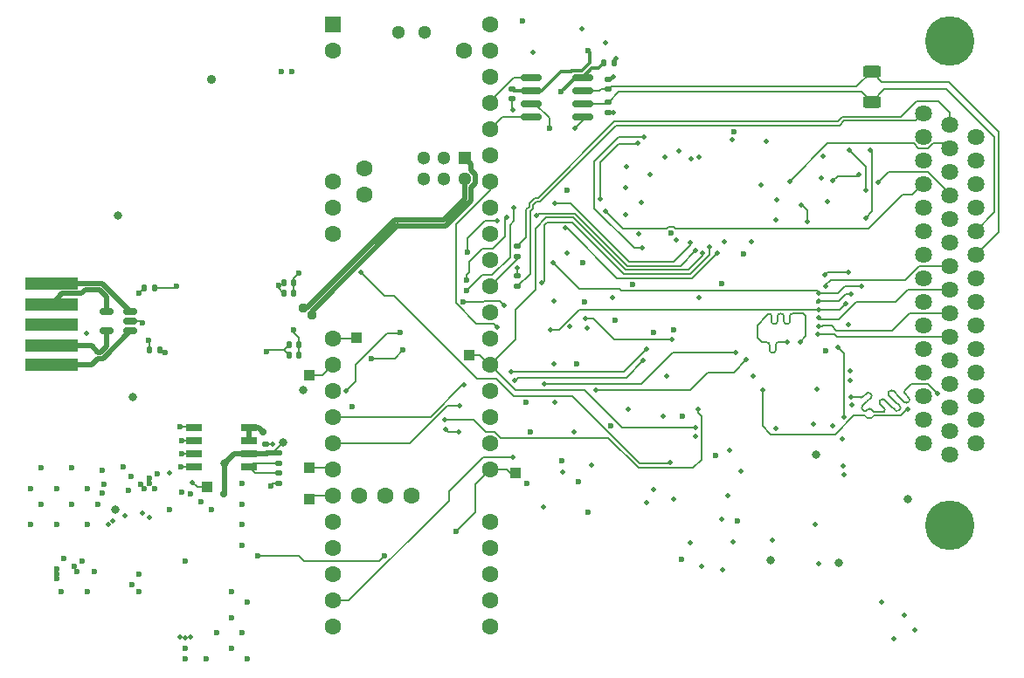
<source format=gbl>
G04 #@! TF.GenerationSoftware,KiCad,Pcbnew,9.0.4*
G04 #@! TF.CreationDate,2025-11-03T14:19:56-05:00*
G04 #@! TF.ProjectId,main_board_v1,6d61696e-5f62-46f6-9172-645f76312e6b,rev?*
G04 #@! TF.SameCoordinates,Original*
G04 #@! TF.FileFunction,Copper,L4,Bot*
G04 #@! TF.FilePolarity,Positive*
%FSLAX46Y46*%
G04 Gerber Fmt 4.6, Leading zero omitted, Abs format (unit mm)*
G04 Created by KiCad (PCBNEW 9.0.4) date 2025-11-03 14:19:56*
%MOMM*%
%LPD*%
G01*
G04 APERTURE LIST*
G04 Aperture macros list*
%AMRoundRect*
0 Rectangle with rounded corners*
0 $1 Rounding radius*
0 $2 $3 $4 $5 $6 $7 $8 $9 X,Y pos of 4 corners*
0 Add a 4 corners polygon primitive as box body*
4,1,4,$2,$3,$4,$5,$6,$7,$8,$9,$2,$3,0*
0 Add four circle primitives for the rounded corners*
1,1,$1+$1,$2,$3*
1,1,$1+$1,$4,$5*
1,1,$1+$1,$6,$7*
1,1,$1+$1,$8,$9*
0 Add four rect primitives between the rounded corners*
20,1,$1+$1,$2,$3,$4,$5,0*
20,1,$1+$1,$4,$5,$6,$7,0*
20,1,$1+$1,$6,$7,$8,$9,0*
20,1,$1+$1,$8,$9,$2,$3,0*%
G04 Aperture macros list end*
G04 #@! TA.AperFunction,SMDPad,CuDef*
%ADD10R,5.200000X1.250000*%
G04 #@! TD*
G04 #@! TA.AperFunction,ComponentPad*
%ADD11R,1.600000X1.600000*%
G04 #@! TD*
G04 #@! TA.AperFunction,ComponentPad*
%ADD12C,1.600000*%
G04 #@! TD*
G04 #@! TA.AperFunction,ComponentPad*
%ADD13R,1.300000X1.300000*%
G04 #@! TD*
G04 #@! TA.AperFunction,ComponentPad*
%ADD14C,1.300000*%
G04 #@! TD*
G04 #@! TA.AperFunction,ComponentPad*
%ADD15C,1.638000*%
G04 #@! TD*
G04 #@! TA.AperFunction,ComponentPad*
%ADD16C,4.801000*%
G04 #@! TD*
G04 #@! TA.AperFunction,SMDPad,CuDef*
%ADD17RoundRect,0.140000X-0.170000X0.140000X-0.170000X-0.140000X0.170000X-0.140000X0.170000X0.140000X0*%
G04 #@! TD*
G04 #@! TA.AperFunction,SMDPad,CuDef*
%ADD18R,1.000000X1.000000*%
G04 #@! TD*
G04 #@! TA.AperFunction,SMDPad,CuDef*
%ADD19RoundRect,0.150000X-0.825000X-0.150000X0.825000X-0.150000X0.825000X0.150000X-0.825000X0.150000X0*%
G04 #@! TD*
G04 #@! TA.AperFunction,SMDPad,CuDef*
%ADD20RoundRect,0.140000X0.140000X0.170000X-0.140000X0.170000X-0.140000X-0.170000X0.140000X-0.170000X0*%
G04 #@! TD*
G04 #@! TA.AperFunction,SMDPad,CuDef*
%ADD21RoundRect,0.135000X-0.135000X-0.185000X0.135000X-0.185000X0.135000X0.185000X-0.135000X0.185000X0*%
G04 #@! TD*
G04 #@! TA.AperFunction,SMDPad,CuDef*
%ADD22RoundRect,0.135000X-0.185000X0.135000X-0.185000X-0.135000X0.185000X-0.135000X0.185000X0.135000X0*%
G04 #@! TD*
G04 #@! TA.AperFunction,SMDPad,CuDef*
%ADD23RoundRect,0.135000X0.185000X-0.135000X0.185000X0.135000X-0.185000X0.135000X-0.185000X-0.135000X0*%
G04 #@! TD*
G04 #@! TA.AperFunction,SMDPad,CuDef*
%ADD24RoundRect,0.150000X0.512500X0.150000X-0.512500X0.150000X-0.512500X-0.150000X0.512500X-0.150000X0*%
G04 #@! TD*
G04 #@! TA.AperFunction,SMDPad,CuDef*
%ADD25RoundRect,0.250000X0.625000X-0.312500X0.625000X0.312500X-0.625000X0.312500X-0.625000X-0.312500X0*%
G04 #@! TD*
G04 #@! TA.AperFunction,SMDPad,CuDef*
%ADD26RoundRect,0.140000X0.170000X-0.140000X0.170000X0.140000X-0.170000X0.140000X-0.170000X-0.140000X0*%
G04 #@! TD*
G04 #@! TA.AperFunction,SMDPad,CuDef*
%ADD27R,1.500000X0.650000*%
G04 #@! TD*
G04 #@! TA.AperFunction,ViaPad*
%ADD28C,0.500000*%
G04 #@! TD*
G04 #@! TA.AperFunction,ViaPad*
%ADD29C,0.600000*%
G04 #@! TD*
G04 #@! TA.AperFunction,ViaPad*
%ADD30C,0.900000*%
G04 #@! TD*
G04 #@! TA.AperFunction,ViaPad*
%ADD31C,0.700000*%
G04 #@! TD*
G04 #@! TA.AperFunction,ViaPad*
%ADD32C,0.800000*%
G04 #@! TD*
G04 #@! TA.AperFunction,ViaPad*
%ADD33C,0.960000*%
G04 #@! TD*
G04 #@! TA.AperFunction,Conductor*
%ADD34C,0.200000*%
G04 #@! TD*
G04 #@! TA.AperFunction,Conductor*
%ADD35C,0.160000*%
G04 #@! TD*
G04 #@! TA.AperFunction,Conductor*
%ADD36C,0.300000*%
G04 #@! TD*
G04 #@! TA.AperFunction,Conductor*
%ADD37C,0.500000*%
G04 #@! TD*
G04 #@! TA.AperFunction,Conductor*
%ADD38C,0.480000*%
G04 #@! TD*
G04 APERTURE END LIST*
D10*
X44500000Y-48600000D03*
X44500000Y-50600000D03*
X44500000Y-52600000D03*
X44500000Y-54600000D03*
X44500000Y-56500000D03*
D11*
X71762000Y-23464950D03*
D12*
X71762000Y-26004950D03*
X71762000Y-38704950D03*
X71762000Y-41244950D03*
X71762000Y-43784950D03*
X71762000Y-53944950D03*
X71762000Y-56484950D03*
X71762000Y-59024950D03*
X71762000Y-61564950D03*
X71762000Y-64104950D03*
X71762000Y-66644950D03*
X71762000Y-69184950D03*
X71762000Y-71724950D03*
X71762000Y-74264950D03*
X71762000Y-76804950D03*
X71762000Y-79344950D03*
X71762000Y-81884950D03*
X87002000Y-81884950D03*
X87002000Y-79344950D03*
X87002000Y-76804950D03*
X87002000Y-74264950D03*
X87002000Y-71724950D03*
X87002000Y-66644950D03*
X87002000Y-64104950D03*
X87002000Y-61564950D03*
X87002000Y-59024950D03*
X87002000Y-56484950D03*
X87002000Y-53944950D03*
X87002000Y-51404950D03*
X87002000Y-48864950D03*
X87002000Y-46324950D03*
X87002000Y-43784950D03*
X87002000Y-41244950D03*
X87002000Y-38704950D03*
X87002000Y-36164950D03*
X87002000Y-33624950D03*
X87002000Y-31084950D03*
X87002000Y-28544950D03*
X87002000Y-26004950D03*
X87002000Y-23464950D03*
X84462000Y-26004950D03*
X74302000Y-69184950D03*
X76842000Y-69184950D03*
X79382000Y-69184950D03*
X74812800Y-37384150D03*
X74812800Y-39924150D03*
D13*
X84563600Y-36434950D03*
D14*
X82563600Y-36434950D03*
X80563600Y-36434950D03*
X80563600Y-38434950D03*
X82563600Y-38434950D03*
X84563600Y-38434950D03*
X80652000Y-24194950D03*
X78112000Y-24194950D03*
D15*
X129022000Y-64054950D03*
X129022000Y-61768950D03*
X129022000Y-59482950D03*
X129022000Y-57196950D03*
X129022000Y-54910950D03*
X129022000Y-52624950D03*
X129022000Y-50338950D03*
X129022000Y-48052950D03*
X129022000Y-45766950D03*
X129022000Y-43480950D03*
X129022000Y-41194950D03*
X129022000Y-38908950D03*
X129022000Y-36622950D03*
X129022000Y-34336950D03*
X129022000Y-32050950D03*
X131562000Y-65197950D03*
X131562000Y-62911950D03*
X131562000Y-60625950D03*
X131562000Y-58339950D03*
X131562000Y-56053950D03*
X131562000Y-53767950D03*
X131562000Y-51481950D03*
X131562000Y-49195950D03*
X131562000Y-46909950D03*
X131562000Y-44623950D03*
X131562000Y-42337950D03*
X131562000Y-40051950D03*
X131562000Y-37765950D03*
X131562000Y-35479950D03*
X131562000Y-33193950D03*
X134102000Y-64054950D03*
X134102000Y-61768950D03*
X134102000Y-59482950D03*
X134102000Y-57196950D03*
X134102000Y-54910950D03*
X134102000Y-52624950D03*
X134102000Y-50338950D03*
X134102000Y-48052950D03*
X134102000Y-45766950D03*
X134102000Y-43480950D03*
X134102000Y-41194950D03*
X134102000Y-38908950D03*
X134102000Y-36622950D03*
X134102000Y-34336950D03*
D16*
X131562000Y-72080950D03*
X131562000Y-25040950D03*
D17*
X65250000Y-64170000D03*
X65250000Y-65130000D03*
D18*
X74100000Y-53850000D03*
D19*
X91025000Y-32405000D03*
X91025000Y-31135000D03*
X91025000Y-29865000D03*
X91025000Y-28595000D03*
X95975000Y-28595000D03*
X95975000Y-29865000D03*
X95975000Y-31135000D03*
X95975000Y-32405000D03*
D20*
X67980000Y-49500000D03*
X67020000Y-49500000D03*
D18*
X59600000Y-68350000D03*
X85000000Y-55500000D03*
D20*
X99030000Y-27200000D03*
X98070000Y-27200000D03*
D18*
X69500000Y-69500000D03*
D21*
X53480000Y-49000000D03*
X54500000Y-49000000D03*
D18*
X69500000Y-57500000D03*
D22*
X89650000Y-44940000D03*
X89650000Y-45960000D03*
D21*
X54000000Y-55000000D03*
X55020000Y-55000000D03*
D20*
X68480000Y-55500000D03*
X67520000Y-55500000D03*
D22*
X66575000Y-65040000D03*
X66575000Y-66060000D03*
D18*
X89500000Y-67000000D03*
D17*
X98500000Y-31020000D03*
X98500000Y-31980000D03*
D23*
X89700000Y-48860000D03*
X89700000Y-47840000D03*
D24*
X52137500Y-51300000D03*
X52137500Y-52250000D03*
X52137500Y-53200000D03*
X49862500Y-53200000D03*
X49862500Y-51300000D03*
D22*
X66575000Y-66990000D03*
X66575000Y-68010000D03*
D20*
X68480000Y-54500000D03*
X67520000Y-54500000D03*
D25*
X124000000Y-30962500D03*
X124000000Y-28037500D03*
D26*
X89150000Y-30680000D03*
X89150000Y-29720000D03*
D20*
X67980000Y-48500000D03*
X67020000Y-48500000D03*
D26*
X98500000Y-29730000D03*
X98500000Y-28770000D03*
D27*
X63700000Y-62595000D03*
X63700000Y-63865000D03*
X63700000Y-65135000D03*
X63700000Y-66405000D03*
X58300000Y-66405000D03*
X58300000Y-65135000D03*
X58300000Y-63865000D03*
X58300000Y-62595000D03*
D18*
X69500000Y-66500000D03*
D28*
X99000000Y-32000000D03*
X99000000Y-28500000D03*
X96450000Y-52950000D03*
X97702000Y-40350000D03*
X106953843Y-45380768D03*
X107600000Y-45650000D03*
X117150000Y-41000000D03*
X121863525Y-35636475D03*
X104493633Y-65943450D03*
X120250000Y-62400000D03*
X118400000Y-62250000D03*
X104152000Y-57589500D03*
D29*
X64500000Y-75000000D03*
D28*
X91500000Y-42000000D03*
X101877000Y-56079950D03*
D29*
X59050000Y-69750000D03*
D28*
X58000000Y-82850000D03*
X56950000Y-82850000D03*
X110502000Y-34654950D03*
X95952000Y-23854950D03*
X121138525Y-63661475D03*
X114702000Y-42455950D03*
X121300000Y-67150000D03*
X105302000Y-35704950D03*
D30*
X60000000Y-28750000D03*
D28*
X100152235Y-41904715D03*
X100252000Y-37254950D03*
X122102000Y-60404950D03*
X119152000Y-38354950D03*
X107502000Y-76054950D03*
X119701236Y-40605714D03*
X89250000Y-31750000D03*
X98250000Y-25250000D03*
X101712000Y-40744950D03*
X121952000Y-57050000D03*
X118702000Y-58854950D03*
X100152000Y-39304950D03*
X91202000Y-26154950D03*
X127150000Y-80750000D03*
X99250000Y-26750000D03*
X113750000Y-34764950D03*
X101452000Y-43804950D03*
X105102000Y-44404950D03*
X109552000Y-76354950D03*
X119301265Y-36254215D03*
D29*
X66800000Y-28050000D03*
D28*
X114802000Y-40504950D03*
X113250000Y-39000000D03*
X58200000Y-67900000D03*
D29*
X52300000Y-77850000D03*
X51450000Y-66350000D03*
D28*
X102500000Y-38000000D03*
D31*
X61250000Y-69000000D03*
D32*
X67000000Y-64000000D03*
X61335000Y-66000000D03*
X68928475Y-58928475D03*
D28*
X121752000Y-52554950D03*
X111328475Y-66778475D03*
X114702000Y-62654950D03*
X107252000Y-36356423D03*
X102852000Y-68554950D03*
X109500000Y-71500000D03*
D29*
X111002000Y-71654950D03*
X90550000Y-68000000D03*
D32*
X52430563Y-59569437D03*
D29*
X96500000Y-26000000D03*
X119552000Y-55104950D03*
D32*
X118652000Y-65154950D03*
D29*
X109452000Y-48624950D03*
X98724265Y-62375735D03*
X110615137Y-33862988D03*
X90200000Y-23100000D03*
X104552000Y-43655950D03*
X96550000Y-70750000D03*
X95602000Y-67854950D03*
X94000000Y-65750000D03*
D31*
X65000000Y-63000000D03*
D28*
X104000000Y-36304950D03*
X110223613Y-64773613D03*
D29*
X96150000Y-50400000D03*
X100850000Y-48677007D03*
X93900000Y-30000000D03*
X99116500Y-52129621D03*
X108852000Y-65254950D03*
X96050000Y-46571300D03*
X111602000Y-45754950D03*
X94500000Y-39500000D03*
X102902000Y-53304950D03*
X104790557Y-53104950D03*
X90900000Y-62950000D03*
X105626236Y-61429186D03*
X90500000Y-60125000D03*
X95400000Y-56350000D03*
X66550000Y-48800000D03*
X65385000Y-55175000D03*
D32*
X114252000Y-75404950D03*
D29*
X105552000Y-75354950D03*
D32*
X120802000Y-75704950D03*
X127500000Y-69500000D03*
D33*
X68907213Y-50938139D03*
X69722850Y-51615148D03*
D28*
X120752000Y-54754950D03*
X121302000Y-61592450D03*
X101952000Y-34404950D03*
X101800000Y-45154950D03*
X121277000Y-66279950D03*
X103800000Y-61500000D03*
X106896715Y-62599665D03*
X107200000Y-60829951D03*
D29*
X84752000Y-48254950D03*
D28*
X88632760Y-42132760D03*
X82652000Y-61804950D03*
X106545360Y-36448310D03*
X94350000Y-43184950D03*
D29*
X78312500Y-53312500D03*
D28*
X109052000Y-45604950D03*
X73061846Y-59004797D03*
D29*
X84800000Y-45550000D03*
D28*
X87750000Y-42500000D03*
X101302000Y-35004950D03*
D29*
X84752000Y-49254950D03*
X78602000Y-55054950D03*
D28*
X89350000Y-41250000D03*
X82698525Y-62701475D03*
X93300000Y-40850000D03*
D29*
X75552000Y-55854950D03*
D28*
X83952000Y-63004950D03*
X106382453Y-44632453D03*
X121952000Y-58004950D03*
X112552000Y-57554950D03*
X115802000Y-54304950D03*
X117052000Y-54254950D03*
X127500000Y-60750000D03*
X113452000Y-58954950D03*
X119516579Y-48817099D03*
X121750000Y-47504950D03*
X119452000Y-47754950D03*
X118805206Y-53503214D03*
X84102000Y-60454950D03*
X89430265Y-58026685D03*
X117749525Y-42602475D03*
X110797000Y-55299950D03*
X118902311Y-51908810D03*
X92250000Y-58300000D03*
D29*
X73661846Y-60500000D03*
D32*
X51000000Y-42000000D03*
D28*
X97250000Y-58900000D03*
X118899616Y-52708805D03*
X111852000Y-55999950D03*
D29*
X52137500Y-53200000D03*
D28*
X104650000Y-54050000D03*
X122000000Y-49654950D03*
X96250000Y-52000000D03*
X118902000Y-50304950D03*
X123402000Y-42254950D03*
X123852000Y-35604950D03*
D29*
X49862500Y-53200000D03*
D28*
X98202000Y-41554950D03*
X93100000Y-46550000D03*
X118902000Y-49504947D03*
X123000000Y-48857001D03*
D29*
X49862500Y-51300000D03*
D28*
X116052000Y-38654950D03*
D29*
X52137500Y-51300000D03*
D28*
X92850000Y-53050000D03*
X118901981Y-51108808D03*
X121475235Y-50533185D03*
D29*
X55500000Y-55250000D03*
X56615000Y-48825000D03*
D28*
X87673525Y-52826475D03*
X89102000Y-57154950D03*
X84502000Y-58454950D03*
X102202000Y-54954947D03*
X130352000Y-59229030D03*
X122002000Y-59604950D03*
X74500000Y-47500000D03*
X89200000Y-65411563D03*
X122750000Y-38000000D03*
X120252000Y-38604950D03*
X124652000Y-38754950D03*
X123452000Y-39553950D03*
D29*
X76802000Y-75004950D03*
X83752000Y-72604950D03*
D28*
X89700000Y-47100000D03*
X88402000Y-50754950D03*
X92000000Y-48553950D03*
D29*
X84452005Y-50403475D03*
D28*
X108282981Y-45050000D03*
X118552000Y-72004950D03*
X110552000Y-73654950D03*
X114402000Y-73504950D03*
X118852000Y-75804950D03*
X92200000Y-70250000D03*
X104852000Y-69504950D03*
X106452000Y-73704950D03*
X125000000Y-79500000D03*
X94052000Y-66854950D03*
X110102000Y-69204950D03*
X96852000Y-66204950D03*
X102202000Y-69854950D03*
D29*
X48000000Y-78500000D03*
X57135000Y-63865000D03*
X62000000Y-78500000D03*
X57095000Y-66405000D03*
X49600000Y-68050000D03*
X57500000Y-85000000D03*
X62000000Y-81000000D03*
X63000000Y-72000000D03*
X57000000Y-62500000D03*
X92750000Y-33500000D03*
D28*
X56000000Y-67000000D03*
X93300000Y-60100000D03*
X98850000Y-49950000D03*
X95150000Y-62950000D03*
D29*
X62000000Y-84000000D03*
X63000000Y-68000000D03*
X48000000Y-68500000D03*
X48650000Y-76550000D03*
D28*
X106900000Y-63450000D03*
D29*
X53000000Y-78500000D03*
D28*
X65935000Y-64170000D03*
D29*
X63000000Y-82500000D03*
X57150000Y-68800000D03*
X42500000Y-72000000D03*
X53000000Y-76800000D03*
X68500000Y-47600000D03*
X42500000Y-68500000D03*
X45750000Y-75250000D03*
X45500000Y-78500000D03*
X57480000Y-84000000D03*
X65750000Y-68235000D03*
D28*
X126150000Y-83050000D03*
D29*
X54000000Y-67500000D03*
X46750000Y-76000000D03*
D28*
X54000000Y-71250000D03*
D29*
X54500000Y-68500000D03*
X45000000Y-76750000D03*
D28*
X53350000Y-70900000D03*
X107308525Y-49991475D03*
D29*
X63500000Y-85000000D03*
X59500000Y-85000000D03*
X60000000Y-70500000D03*
X60500000Y-82500000D03*
X45000000Y-76250000D03*
D28*
X93200000Y-50300000D03*
D29*
X53500000Y-68500000D03*
X52200000Y-67350000D03*
X57135000Y-65135000D03*
X54800000Y-67050000D03*
D28*
X95250000Y-33500000D03*
X94450000Y-45650000D03*
D29*
X51950000Y-68650000D03*
X47500000Y-75500000D03*
X49000000Y-70000000D03*
X45000000Y-72000000D03*
X43500000Y-66500000D03*
X63500000Y-79500000D03*
D28*
X47900000Y-53400000D03*
D29*
X48000000Y-72000000D03*
X67950000Y-53075000D03*
X67800000Y-28050000D03*
X56000000Y-70500000D03*
D28*
X57480000Y-83000000D03*
X51684741Y-71157894D03*
D29*
X53300000Y-52450000D03*
X53199230Y-68039314D03*
X54000000Y-68000000D03*
X45000000Y-68500000D03*
D28*
X94771913Y-52771913D03*
D29*
X53000000Y-49500000D03*
D28*
X93200000Y-56350000D03*
X112352000Y-44554950D03*
D29*
X49450000Y-66750000D03*
X57480000Y-75500000D03*
D28*
X50000000Y-72000000D03*
D29*
X49450000Y-68950000D03*
X53957990Y-54082990D03*
X46500000Y-70000000D03*
X45000000Y-77250000D03*
X58000000Y-69000000D03*
X47000000Y-76500000D03*
X63000000Y-70000000D03*
D28*
X50500000Y-71600000D03*
D29*
X46500000Y-66500000D03*
X43500000Y-70000000D03*
D28*
X109700000Y-44550000D03*
D29*
X63000000Y-74000000D03*
D32*
X50750000Y-70500000D03*
D28*
X128200000Y-82250000D03*
X100400000Y-60800000D03*
D34*
X71762000Y-53944950D02*
X74005050Y-53944950D01*
X74005050Y-53944950D02*
X74100000Y-53850000D01*
X87002000Y-56484950D02*
X86984950Y-56484950D01*
X86000000Y-55500000D02*
X85000000Y-55500000D01*
X86984950Y-56484950D02*
X86000000Y-55500000D01*
X87353000Y-52505950D02*
X85705950Y-52505950D01*
X83700000Y-42800000D02*
X87002000Y-39498000D01*
X83700000Y-50500000D02*
X83700000Y-42800000D01*
X87673525Y-52826475D02*
X87353000Y-52505950D01*
X85705950Y-52505950D02*
X83700000Y-50500000D01*
X87002000Y-39498000D02*
X87002000Y-38704950D01*
D35*
X69500000Y-57500000D02*
X70746950Y-57500000D01*
X70746950Y-57500000D02*
X71762000Y-56484950D01*
X89500000Y-67000000D02*
X89000000Y-67000000D01*
X89000000Y-67000000D02*
X88644950Y-66644950D01*
X88644950Y-66644950D02*
X87002000Y-66644950D01*
X52361126Y-59500000D02*
X52430563Y-59569437D01*
D34*
X71762000Y-69184950D02*
X69815050Y-69184950D01*
X69815050Y-69184950D02*
X69500000Y-69500000D01*
D35*
X69500000Y-66500000D02*
X71617050Y-66500000D01*
X71617050Y-66500000D02*
X71762000Y-66644950D01*
D34*
X66771768Y-74999000D02*
X67228232Y-74999000D01*
X64525000Y-75025000D02*
X66745768Y-75025000D01*
X66745768Y-75025000D02*
X66771768Y-74999000D01*
X67254232Y-75025000D02*
X68500000Y-75025000D01*
X76302000Y-75504950D02*
X76802000Y-75004950D01*
X67228232Y-74999000D02*
X67254232Y-75025000D01*
X68500000Y-75025000D02*
X68979950Y-75504950D01*
X68979950Y-75504950D02*
X76302000Y-75504950D01*
X64500000Y-75000000D02*
X64525000Y-75025000D01*
X85563000Y-69000000D02*
X85563000Y-68083950D01*
X85563000Y-70793950D02*
X85563000Y-69500000D01*
D36*
X98980000Y-31980000D02*
X99000000Y-32000000D01*
X98500000Y-31980000D02*
X98980000Y-31980000D01*
X98730000Y-28770000D02*
X99000000Y-28500000D01*
X98500000Y-28770000D02*
X98730000Y-28770000D01*
D34*
X101800000Y-45154950D02*
X101002000Y-45154950D01*
X101002000Y-45154950D02*
X97152000Y-41304950D01*
X97152000Y-41304950D02*
X97152000Y-36752950D01*
X97152000Y-36752950D02*
X99500000Y-34404950D01*
X99500000Y-34404950D02*
X101952000Y-34404950D01*
X97702000Y-40350000D02*
X97702000Y-36998000D01*
X97702000Y-36998000D02*
X97700000Y-36996000D01*
X97700000Y-36800000D02*
X99445050Y-35054950D01*
X99445050Y-35054950D02*
X101252000Y-35054950D01*
X97700000Y-36996000D02*
X97700000Y-36800000D01*
X101252000Y-35054950D02*
X101302000Y-35004950D01*
X106382453Y-44874497D02*
X104783943Y-46473007D01*
X104783943Y-46473007D02*
X100521357Y-46473007D01*
X100521357Y-46473007D02*
X94848350Y-40800000D01*
X94848350Y-40800000D02*
X93350000Y-40800000D01*
X106382453Y-44632453D02*
X106382453Y-44874497D01*
X93350000Y-40800000D02*
X93300000Y-40850000D01*
X105460604Y-46874007D02*
X100355257Y-46874007D01*
X106953843Y-45380768D02*
X105460604Y-46874007D01*
X100355257Y-46874007D02*
X95274169Y-41792919D01*
X95274169Y-41792919D02*
X91707081Y-41792919D01*
X91707081Y-41792919D02*
X91500000Y-42000000D01*
X106247743Y-47275007D02*
X100189157Y-47275007D01*
X107600000Y-45922750D02*
X106247743Y-47275007D01*
X95114150Y-42200000D02*
X92450000Y-42200000D01*
X92450000Y-42200000D02*
X91414500Y-43235500D01*
X107600000Y-45650000D02*
X107600000Y-45922750D01*
X100189157Y-47275007D02*
X95114150Y-42200000D01*
X91414500Y-43235500D02*
X91414500Y-45500000D01*
X106413843Y-47676007D02*
X100023057Y-47676007D01*
X100023057Y-47676007D02*
X94997050Y-42650000D01*
X94997050Y-42650000D02*
X94594282Y-42650000D01*
X94578232Y-42633950D02*
X94121768Y-42633950D01*
X108282981Y-45050000D02*
X108282981Y-45806869D01*
X92567100Y-42650000D02*
X92250000Y-42967100D01*
X108282981Y-45806869D02*
X106413843Y-47676007D01*
X94105718Y-42650000D02*
X92567100Y-42650000D01*
X94121768Y-42633950D02*
X94105718Y-42650000D01*
X94594282Y-42650000D02*
X94578232Y-42633950D01*
X92250000Y-42967100D02*
X92250000Y-48303950D01*
X92250000Y-48303950D02*
X92000000Y-48553950D01*
X117150000Y-41000000D02*
X117250000Y-41000000D01*
X117250000Y-41000000D02*
X117749525Y-41499525D01*
X117749525Y-41499525D02*
X117749525Y-42602475D01*
X116052000Y-38654950D02*
X119706950Y-35000000D01*
X119706950Y-35000000D02*
X128101130Y-35000000D01*
X128101130Y-35000000D02*
X128558080Y-35456950D01*
X128558080Y-35456950D02*
X129485920Y-35456950D01*
X129485920Y-35456950D02*
X129942870Y-35000000D01*
X129942870Y-35000000D02*
X131082050Y-35000000D01*
X131082050Y-35000000D02*
X131562000Y-35479950D01*
X123452000Y-37224950D02*
X121863525Y-35636475D01*
X123452000Y-39553950D02*
X123452000Y-37224950D01*
X122750000Y-38000000D02*
X122595050Y-38154950D01*
X122595050Y-38154950D02*
X120702000Y-38154950D01*
X120702000Y-38154950D02*
X120252000Y-38604950D01*
X129022000Y-38908950D02*
X127931000Y-39999950D01*
X127931000Y-39999950D02*
X126972000Y-39999950D01*
X126972000Y-39999950D02*
X123721950Y-43250000D01*
X99897050Y-43250000D02*
X98202000Y-41554950D01*
X123721950Y-43250000D02*
X104995993Y-43250000D01*
X104995993Y-43250000D02*
X104800943Y-43054950D01*
X104800943Y-43054950D02*
X104303057Y-43054950D01*
X104303057Y-43054950D02*
X104108007Y-43250000D01*
X104108007Y-43250000D02*
X99897050Y-43250000D01*
X120802000Y-50304950D02*
X118902000Y-50304950D01*
X121452000Y-49654950D02*
X120802000Y-50304950D01*
X122000000Y-49654950D02*
X121452000Y-49654950D01*
X121394708Y-48857001D02*
X120746762Y-49504947D01*
X120746762Y-49504947D02*
X118902000Y-49504947D01*
X123000000Y-48857001D02*
X121394708Y-48857001D01*
X121750000Y-47504950D02*
X119702000Y-47504950D01*
X119702000Y-47504950D02*
X119452000Y-47754950D01*
X127500000Y-60750000D02*
X127456950Y-60750000D01*
X127456950Y-60750000D02*
X126801000Y-61405950D01*
X126801000Y-61405950D02*
X125811099Y-61405950D01*
X130352000Y-59229030D02*
X129462920Y-58339950D01*
X130352000Y-59254950D02*
X130352000Y-59229030D01*
X129462920Y-58339950D02*
X128373328Y-58339950D01*
X101504950Y-66004950D02*
X95004950Y-59504950D01*
X104432133Y-66004950D02*
X101504950Y-66004950D01*
X77698525Y-49801475D02*
X76801475Y-49801475D01*
X89304950Y-59504950D02*
X87654950Y-57854950D01*
X104493633Y-65943450D02*
X104432133Y-66004950D01*
X95004950Y-59504950D02*
X89304950Y-59504950D01*
X87654950Y-57854950D02*
X85752000Y-57854950D01*
X85752000Y-57854950D02*
X77698525Y-49801475D01*
X76801475Y-49801475D02*
X74500000Y-47500000D01*
X82698525Y-62701475D02*
X83002000Y-63004950D01*
X83002000Y-63004950D02*
X83952000Y-63004950D01*
X107200000Y-60829951D02*
X107200000Y-61156945D01*
X107200000Y-61156945D02*
X107485263Y-61442208D01*
X106713500Y-66493450D02*
X104702000Y-66493450D01*
X107485263Y-61442208D02*
X107485263Y-65721687D01*
X107485263Y-65721687D02*
X106713500Y-66493450D01*
X113452000Y-58954950D02*
X113452000Y-62404950D01*
X113452000Y-62404950D02*
X114252000Y-63204950D01*
X114252000Y-63204950D02*
X120487697Y-63204950D01*
X122286697Y-61405950D02*
X123342610Y-61405950D01*
X120487697Y-63204950D02*
X122286697Y-61405950D01*
X86340337Y-65411563D02*
X83023000Y-68728900D01*
X83023000Y-68728900D02*
X83023000Y-69641000D01*
X73319050Y-79344950D02*
X71762000Y-79344950D01*
X83023000Y-69641000D02*
X73319050Y-79344950D01*
X89200000Y-65411563D02*
X86340337Y-65411563D01*
X91414500Y-45500000D02*
X91400000Y-45514500D01*
X91400000Y-45514500D02*
X91400000Y-45524606D01*
X91400000Y-45524606D02*
X91478000Y-45602606D01*
X89500000Y-53986950D02*
X87002000Y-56484950D01*
X91478000Y-45602606D02*
X91478000Y-46007294D01*
X91400000Y-46085294D02*
X91400000Y-48741794D01*
X91478000Y-46007294D02*
X91400000Y-46085294D01*
X91429103Y-49220897D02*
X89500000Y-51150000D01*
X89500000Y-51150000D02*
X89500000Y-53986950D01*
X91400000Y-48741794D02*
X91429103Y-48770897D01*
X91429103Y-48770897D02*
X91429103Y-49220897D01*
X97003692Y-52000000D02*
X99053692Y-54050000D01*
X96250000Y-52000000D02*
X97003692Y-52000000D01*
X99053692Y-54050000D02*
X104650000Y-54050000D01*
X90810500Y-40781556D02*
X90810500Y-41122400D01*
X90810500Y-41122400D02*
X90502000Y-41430900D01*
X89350000Y-41250000D02*
X89350000Y-42500000D01*
X89350000Y-42500000D02*
X88952000Y-42898000D01*
X87236050Y-47763950D02*
X86243000Y-47763950D01*
X88952000Y-42898000D02*
X88952000Y-46048000D01*
X88952000Y-46048000D02*
X87236050Y-47763950D01*
X86243000Y-47763950D02*
X84752000Y-49254950D01*
X94370000Y-43204950D02*
X94452000Y-43204950D01*
X94350000Y-43184950D02*
X94370000Y-43204950D01*
X94452000Y-43204950D02*
X99324057Y-48077007D01*
X99324057Y-48077007D02*
X106579943Y-48077007D01*
X106579943Y-48077007D02*
X109052000Y-45604950D01*
X87750000Y-42500000D02*
X86500000Y-42500000D01*
X84800000Y-44200000D02*
X84800000Y-45550000D01*
X86500000Y-42500000D02*
X84800000Y-44200000D01*
X106896715Y-62599665D02*
X99849665Y-62599665D01*
X99849665Y-62599665D02*
X96213450Y-58963450D01*
X89463450Y-58963450D02*
X87002000Y-56502000D01*
X96213450Y-58963450D02*
X89463450Y-58963450D01*
X87002000Y-56502000D02*
X87002000Y-56484950D01*
X59600000Y-68350000D02*
X58650000Y-68350000D01*
X58650000Y-68350000D02*
X58200000Y-67900000D01*
D35*
X99030000Y-26970000D02*
X99250000Y-26750000D01*
X89150000Y-31650000D02*
X89250000Y-31750000D01*
X89150000Y-30680000D02*
X89150000Y-31650000D01*
X99030000Y-27200000D02*
X99030000Y-26970000D01*
D37*
X63700000Y-65135000D02*
X62200000Y-65135000D01*
D34*
X65960000Y-65040000D02*
X65340000Y-65040000D01*
X63705000Y-65130000D02*
X63700000Y-65135000D01*
D37*
X66575000Y-65040000D02*
X65340000Y-65040000D01*
D34*
X67000000Y-64000000D02*
X65960000Y-65040000D01*
D37*
X65250000Y-65130000D02*
X63705000Y-65130000D01*
X61335000Y-66000000D02*
X61335000Y-68915000D01*
X61335000Y-68915000D02*
X61250000Y-69000000D01*
D34*
X65340000Y-65040000D02*
X65250000Y-65130000D01*
D37*
X62200000Y-65135000D02*
X61335000Y-66000000D01*
D34*
X90500000Y-67950000D02*
X90550000Y-68000000D01*
D36*
X96662479Y-27199001D02*
X96662479Y-26162479D01*
D37*
X63700000Y-63865000D02*
X63700000Y-62595000D01*
D36*
X94882322Y-28000000D02*
X94938322Y-27944000D01*
X94938322Y-27944000D02*
X95917480Y-27944000D01*
X96662479Y-26162479D02*
X96500000Y-26000000D01*
X91999999Y-29865000D02*
X93864999Y-28000000D01*
X90890000Y-29730000D02*
X91025000Y-29865000D01*
X93864999Y-28000000D02*
X94882322Y-28000000D01*
X89295000Y-29865000D02*
X89150000Y-29720000D01*
X91025000Y-29865000D02*
X89295000Y-29865000D01*
D37*
X65000000Y-63000000D02*
X64595000Y-62595000D01*
D36*
X95917480Y-27944000D02*
X96662479Y-27199001D01*
D37*
X64595000Y-62595000D02*
X63700000Y-62595000D01*
D36*
X91025000Y-29865000D02*
X91999999Y-29865000D01*
X96870000Y-27700000D02*
X95975000Y-28595000D01*
X97570000Y-27700000D02*
X96870000Y-27700000D01*
X95305000Y-28595000D02*
X93900000Y-30000000D01*
X95975000Y-28595000D02*
X95305000Y-28595000D01*
X98070000Y-27200000D02*
X97570000Y-27700000D01*
D34*
X66550000Y-48800000D02*
X66550000Y-49050000D01*
X66550000Y-49050000D02*
X67000000Y-49500000D01*
X66720000Y-48800000D02*
X67020000Y-48500000D01*
X67000000Y-49500000D02*
X67020000Y-49500000D01*
X66550000Y-48800000D02*
X66720000Y-48800000D01*
X67020000Y-55000000D02*
X67520000Y-54500000D01*
X67520000Y-55500000D02*
X67020000Y-55000000D01*
X65385000Y-55175000D02*
X65560000Y-55000000D01*
X65560000Y-55000000D02*
X67020000Y-55000000D01*
D38*
X84563600Y-38434950D02*
X84684950Y-38434950D01*
X69240203Y-50938139D02*
X77799342Y-42379000D01*
X82537080Y-42379000D02*
X84563600Y-40352480D01*
X68907213Y-50938139D02*
X69240203Y-50938139D01*
X84491058Y-38507492D02*
X84563600Y-38434950D01*
X77799342Y-42379000D02*
X82537080Y-42379000D01*
X84563600Y-40352480D02*
X84563600Y-38434950D01*
X78040000Y-42960000D02*
X78080000Y-43000000D01*
X85554600Y-38024464D02*
X85143600Y-37613464D01*
X69722850Y-51615148D02*
X69722850Y-51277150D01*
X78080000Y-43000000D02*
X82736324Y-43000000D01*
X85554600Y-38845436D02*
X85554600Y-38024464D01*
X85143600Y-37613464D02*
X85143600Y-37014950D01*
X85143600Y-37014950D02*
X84563600Y-36434950D01*
X82736324Y-43000000D02*
X85143600Y-40592724D01*
X69722850Y-51277150D02*
X78040000Y-42960000D01*
X85143600Y-40592724D02*
X85143600Y-39256436D01*
X85143600Y-39256436D02*
X85554600Y-38845436D01*
D34*
X66575000Y-66060000D02*
X64045000Y-66060000D01*
X64045000Y-66060000D02*
X63700000Y-66405000D01*
X66575000Y-66990000D02*
X64285000Y-66990000D01*
X64285000Y-66990000D02*
X63700000Y-66405000D01*
X121352000Y-55354950D02*
X120752000Y-54754950D01*
X121302000Y-55404950D02*
X121352000Y-55354950D01*
X121302000Y-61592450D02*
X121302000Y-55404950D01*
X91414500Y-45500000D02*
X91414500Y-45539106D01*
X88632760Y-42132760D02*
X88464500Y-42301020D01*
X101399656Y-66493450D02*
X98506206Y-63600000D01*
X86276050Y-45223950D02*
X85000000Y-46500000D01*
X87276050Y-45223950D02*
X86276050Y-45223950D01*
X88054100Y-63600000D02*
X87458050Y-63003950D01*
X86601000Y-63003950D02*
X85402000Y-61804950D01*
X104702000Y-66493450D02*
X101399656Y-66493450D01*
X85000000Y-47500000D02*
X84752000Y-47748000D01*
X88464500Y-42301020D02*
X88464500Y-44035500D01*
X84752000Y-47748000D02*
X84752000Y-48254950D01*
X87458050Y-63003950D02*
X86601000Y-63003950D01*
X88464500Y-44035500D02*
X87276050Y-45223950D01*
X85000000Y-46500000D02*
X85000000Y-47500000D01*
X98506206Y-63600000D02*
X88054100Y-63600000D01*
X85402000Y-61804950D02*
X82652000Y-61804950D01*
X78312500Y-53312500D02*
X78207440Y-53417560D01*
X73061693Y-59004950D02*
X73061846Y-59004797D01*
X74000000Y-58066643D02*
X73061846Y-59004797D01*
X74000000Y-56500000D02*
X74000000Y-58066643D01*
X77082440Y-53417560D02*
X74000000Y-56500000D01*
X78207440Y-53417560D02*
X77082440Y-53417560D01*
X78602000Y-55054950D02*
X77802000Y-55854950D01*
X77802000Y-55854950D02*
X75552000Y-55854950D01*
X117602000Y-51754950D02*
X117602000Y-53704950D01*
X116447142Y-51509808D02*
X117131734Y-51509808D01*
X114708477Y-54544950D02*
X114708477Y-55064950D01*
X115727142Y-52509808D02*
X115847142Y-52509808D01*
X117602000Y-53704950D02*
X117052000Y-54254950D01*
X116087142Y-52269808D02*
X116087142Y-51749808D01*
X114527142Y-52509808D02*
X114647142Y-52509808D01*
X117131734Y-51509808D02*
X117356858Y-51509808D01*
X113868477Y-54304950D02*
X113748477Y-54304950D01*
X115127142Y-51509808D02*
X115247142Y-51509808D01*
X114108477Y-55064950D02*
X114108477Y-54544950D01*
X117356858Y-51509808D02*
X117602000Y-51754950D01*
X114887142Y-52269808D02*
X114887142Y-51749808D01*
X115802000Y-54304950D02*
X114948477Y-54304950D01*
X112902000Y-52654950D02*
X113809875Y-51747075D01*
X112902000Y-53804950D02*
X112902000Y-52654950D01*
X115487142Y-51749808D02*
X115487142Y-52269808D01*
X113748477Y-54304950D02*
X113402000Y-54304950D01*
X114287142Y-51749808D02*
X114287142Y-52269808D01*
X113402000Y-54304950D02*
X112902000Y-53804950D01*
X113809875Y-51747075D02*
X114047142Y-51509808D01*
X116327142Y-51509808D02*
X116447142Y-51509808D01*
X114468477Y-55304950D02*
X114348477Y-55304950D01*
X114647142Y-52509808D02*
G75*
G03*
X114887108Y-52269808I-42J240008D01*
G01*
X114108477Y-54544950D02*
G75*
G03*
X113868477Y-54304923I-239977J50D01*
G01*
X114708477Y-55064950D02*
G75*
G02*
X114468477Y-55304977I-239977J-50D01*
G01*
X114348477Y-55304950D02*
G75*
G02*
X114108550Y-55064950I23J239950D01*
G01*
X115247142Y-51509808D02*
G75*
G02*
X115487092Y-51749808I-42J-239992D01*
G01*
X116087142Y-51749808D02*
G75*
G02*
X116327142Y-51509842I239958J8D01*
G01*
X114047142Y-51509808D02*
G75*
G02*
X114287092Y-51749808I-42J-239992D01*
G01*
X114887142Y-51749808D02*
G75*
G02*
X115127142Y-51509842I239958J8D01*
G01*
X114287142Y-52269808D02*
G75*
G03*
X114527142Y-52509758I239958J8D01*
G01*
X115847142Y-52509808D02*
G75*
G03*
X116087108Y-52269808I-42J240008D01*
G01*
X115487142Y-52269808D02*
G75*
G03*
X115727142Y-52509758I239958J8D01*
G01*
X114948477Y-54304950D02*
G75*
G03*
X114708550Y-54544950I23J-239950D01*
G01*
X124192048Y-61405950D02*
X124542610Y-61405950D01*
X123592048Y-61655388D02*
X123942610Y-61655388D01*
X124542610Y-61405950D02*
X125811099Y-61405950D01*
X123342610Y-61405950D02*
G75*
G02*
X123467350Y-61530669I-10J-124750D01*
G01*
X123942610Y-61655388D02*
G75*
G03*
X124067288Y-61530669I-10J124688D01*
G01*
X123467329Y-61530669D02*
G75*
G03*
X123592048Y-61655371I124671J-31D01*
G01*
X124067329Y-61530669D02*
G75*
G02*
X124192048Y-61406029I124671J-31D01*
G01*
X123400949Y-48256001D02*
X123402000Y-48254950D01*
X127236080Y-48254950D02*
X128581080Y-46909950D01*
X120050949Y-48256001D02*
X123400949Y-48256001D01*
X119502000Y-48804950D02*
X120050949Y-48256001D01*
X119514149Y-48817099D02*
X119502000Y-48804950D01*
X123402000Y-48254950D02*
X127236080Y-48254950D01*
X128581080Y-46909950D02*
X131562000Y-46909950D01*
X119516579Y-48817099D02*
X119514149Y-48817099D01*
X118805206Y-53503214D02*
X118807677Y-53505685D01*
X118807677Y-53505685D02*
X118951265Y-53505685D01*
X120614943Y-53767950D02*
X131562000Y-53767950D01*
X118952000Y-53504950D02*
X120351943Y-53504950D01*
X120351943Y-53504950D02*
X120614943Y-53767950D01*
X118951265Y-53505685D02*
X118952000Y-53504950D01*
X82919100Y-60454950D02*
X79269100Y-64104950D01*
X79269100Y-64104950D02*
X71762000Y-64104950D01*
X84102000Y-60454950D02*
X82919100Y-60454950D01*
X126352000Y-50354950D02*
X127511000Y-49195950D01*
X92250000Y-58300000D02*
X101706950Y-58300000D01*
X118902311Y-51908810D02*
X118906853Y-51913352D01*
X118917737Y-51913352D02*
X119059335Y-52054950D01*
X120802000Y-52054950D02*
X122502000Y-50354950D01*
X104707000Y-55299950D02*
X110797000Y-55299950D01*
X101706950Y-58300000D02*
X104707000Y-55299950D01*
X118906853Y-51913352D02*
X118917737Y-51913352D01*
X119059335Y-52054950D02*
X120802000Y-52054950D01*
X127511000Y-49195950D02*
X131562000Y-49195950D01*
X122502000Y-50354950D02*
X126352000Y-50354950D01*
X119182901Y-52706949D02*
X118901472Y-52706949D01*
X118901472Y-52706949D02*
X118899616Y-52708805D01*
X120569043Y-53154950D02*
X120118043Y-52703950D01*
X110647000Y-57204950D02*
X111852000Y-55999950D01*
X97250000Y-58900000D02*
X106456950Y-58900000D01*
X108152000Y-57204950D02*
X110647000Y-57204950D01*
X120118043Y-52703950D02*
X119185900Y-52703950D01*
X127672950Y-51481950D02*
X131562000Y-51481950D01*
X106456950Y-58900000D02*
X108152000Y-57204950D01*
X119185900Y-52703950D02*
X119182901Y-52706949D01*
X125999950Y-53154950D02*
X120569043Y-53154950D01*
X125999950Y-53154950D02*
X127672950Y-51481950D01*
D38*
X48400001Y-56500000D02*
X49060001Y-55840000D01*
X49497500Y-55840000D02*
X52137500Y-53200000D01*
X49060001Y-55840000D02*
X49497500Y-55840000D01*
X44500000Y-56500000D02*
X48400001Y-56500000D01*
D34*
X118902000Y-50304950D02*
X118731000Y-50475950D01*
X90903000Y-41597000D02*
X90903000Y-47657000D01*
X129022000Y-32050950D02*
X128269000Y-32803950D01*
X99250000Y-33250000D02*
X91838500Y-40661500D01*
X90903000Y-47657000D02*
X89700000Y-48860000D01*
X128269000Y-32803950D02*
X121335900Y-32803950D01*
X91497656Y-40661500D02*
X91211500Y-40947656D01*
X91211500Y-41288500D02*
X90903000Y-41597000D01*
X121335900Y-32803950D02*
X120889850Y-33250000D01*
X120889850Y-33250000D02*
X99250000Y-33250000D01*
X91838500Y-40661500D02*
X91497656Y-40661500D01*
X91211500Y-40947656D02*
X91211500Y-41288500D01*
X124053000Y-35805950D02*
X124053000Y-41603950D01*
X124053000Y-41603950D02*
X123402000Y-42254950D01*
X123852000Y-35604950D02*
X124053000Y-35805950D01*
D38*
X44500000Y-54600000D02*
X48400001Y-54600000D01*
X49257256Y-55260000D02*
X49862500Y-54654756D01*
X49862500Y-54654756D02*
X49862500Y-53200000D01*
X49060001Y-55260000D02*
X49257256Y-55260000D01*
X48400001Y-54600000D02*
X49060001Y-55260000D01*
D34*
X95653950Y-49103950D02*
X93100000Y-46550000D01*
X99751943Y-49304950D02*
X99550943Y-49103950D01*
X99550943Y-49103950D02*
X95653950Y-49103950D01*
X118702003Y-49304950D02*
X99751943Y-49304950D01*
X118902000Y-49504947D02*
X118702003Y-49304950D01*
D38*
X45534000Y-49566000D02*
X47441000Y-49566000D01*
X49197256Y-49180000D02*
X49862500Y-49845244D01*
X49862500Y-49845244D02*
X49862500Y-51300000D01*
X47820000Y-49180000D02*
X49197256Y-49180000D01*
X47441000Y-49566000D02*
X47441000Y-49559000D01*
X44500000Y-50600000D02*
X45534000Y-49566000D01*
X47441000Y-49559000D02*
X47820000Y-49180000D01*
D34*
X131447050Y-35000000D02*
X131562000Y-35114950D01*
X131562000Y-35114950D02*
X131562000Y-35479950D01*
D38*
X49437500Y-48600000D02*
X52137500Y-51300000D01*
X44500000Y-48600000D02*
X49437500Y-48600000D01*
D34*
X118901981Y-51108808D02*
X118901981Y-50964534D01*
X121475235Y-50533185D02*
X120899612Y-51108808D01*
X118901981Y-50964534D02*
X118902000Y-50964515D01*
X95657199Y-51108808D02*
X118901981Y-51108808D01*
X92850000Y-53050000D02*
X93716007Y-53050000D01*
X120899612Y-51108808D02*
X118901981Y-51108808D01*
X93716007Y-53050000D02*
X95657199Y-51108808D01*
X87100529Y-51404950D02*
X87002000Y-51404950D01*
X55270000Y-55250000D02*
X55020000Y-55000000D01*
X55500000Y-55250000D02*
X55270000Y-55250000D01*
X54500000Y-49000000D02*
X56440000Y-49000000D01*
X56440000Y-49000000D02*
X56615000Y-48825000D01*
X100001997Y-57154950D02*
X89102000Y-57154950D01*
X84502000Y-58454950D02*
X84352000Y-58454950D01*
X84352000Y-58454950D02*
X81242000Y-61564950D01*
X81242000Y-61564950D02*
X71762000Y-61564950D01*
X102202000Y-54954947D02*
X100001997Y-57154950D01*
X102202000Y-54954947D02*
X102251940Y-54954947D01*
X125626267Y-60241275D02*
X125795973Y-60410981D01*
X123107491Y-60826805D02*
X123192343Y-60911657D01*
X124852000Y-61004950D02*
X125202000Y-61004950D01*
X126814205Y-59732155D02*
X127180489Y-60098439D01*
X125795971Y-60410979D02*
X126296575Y-60911583D01*
X123931910Y-59662979D02*
X123565673Y-60029213D01*
X126720839Y-60487318D02*
X126220234Y-59986713D01*
X127323323Y-58883626D02*
X127867000Y-58339950D01*
X123847058Y-59238715D02*
X123931910Y-59323567D01*
X124074789Y-60877739D02*
X124202000Y-61004950D01*
X124202000Y-61004950D02*
X124852000Y-61004950D01*
X126220234Y-59986713D02*
X126220236Y-59986714D01*
X123989936Y-60792886D02*
X124074789Y-60877739D01*
X123226262Y-60368623D02*
X123107491Y-60487394D01*
X126635986Y-60911583D02*
X126720839Y-60826729D01*
X127867000Y-58339950D02*
X128373328Y-58339950D01*
X127238469Y-58968479D02*
X127323323Y-58883626D01*
X125684252Y-59111318D02*
X125769106Y-59026465D01*
X126644503Y-59562450D02*
X126644500Y-59562450D01*
X124835718Y-59959846D02*
X124920574Y-59874991D01*
X123565673Y-60029213D02*
X123226262Y-60368623D01*
X127604753Y-59674174D02*
X127238469Y-59307890D01*
X122467702Y-59604950D02*
X122802000Y-59604950D01*
X123531755Y-60911657D02*
X123650525Y-60792886D01*
X122002000Y-59604950D02*
X122467702Y-59604950D01*
X123141412Y-59604951D02*
X123507646Y-59238714D01*
X125202001Y-60665538D02*
X124835719Y-60299256D01*
X126108518Y-59026465D02*
X126644503Y-59562450D01*
X125259984Y-59874992D02*
X125626267Y-60241275D01*
X127519900Y-60098439D02*
X127604753Y-60013585D01*
X125795973Y-60410981D02*
X125795971Y-60410979D01*
X126220236Y-59986714D02*
X125684252Y-59450730D01*
X126644500Y-59562450D02*
X126814205Y-59732155D01*
X123650525Y-60792886D02*
G75*
G02*
X123989936Y-60792885I169706J-169707D01*
G01*
X125769106Y-59026465D02*
G75*
G02*
X126108518Y-59026465I169706J-169708D01*
G01*
X125202000Y-61004950D02*
G75*
G03*
X125202045Y-60665495I-169700J169750D01*
G01*
X123107491Y-60487394D02*
G75*
G03*
X123107490Y-60826805I169709J-169706D01*
G01*
X123507646Y-59238714D02*
G75*
G02*
X123847106Y-59238666I169754J-169686D01*
G01*
X124920574Y-59874991D02*
G75*
G02*
X125260005Y-59874970I169726J-169709D01*
G01*
X127180489Y-60098439D02*
G75*
G03*
X127519900Y-60098439I169705J169707D01*
G01*
X124835719Y-60299256D02*
G75*
G02*
X124835767Y-59959896I169681J169656D01*
G01*
X126296575Y-60911583D02*
G75*
G03*
X126635986Y-60911583I169705J169707D01*
G01*
X126720839Y-60826729D02*
G75*
G03*
X126720863Y-60487295I-169739J169729D01*
G01*
X122802000Y-59604950D02*
G75*
G03*
X123141406Y-59604944I169700J169750D01*
G01*
X123931910Y-59323567D02*
G75*
G02*
X123931937Y-59663006I-169710J-169733D01*
G01*
X127238469Y-59307890D02*
G75*
G02*
X127238484Y-58968494I169731J169690D01*
G01*
X127604753Y-60013585D02*
G75*
G03*
X127604733Y-59674194I-169753J169685D01*
G01*
X123192343Y-60911657D02*
G75*
G03*
X123531755Y-60911657I169706J169704D01*
G01*
X125684252Y-59450730D02*
G75*
G02*
X125684228Y-59111294I169748J169730D01*
G01*
X131562000Y-40051950D02*
X131562000Y-39865030D01*
X131562000Y-39865030D02*
X129485920Y-37788950D01*
X129485920Y-37788950D02*
X125618000Y-37788950D01*
X125618000Y-37788950D02*
X124652000Y-38754950D01*
X90502000Y-41430900D02*
X90502000Y-44088000D01*
X121169800Y-32402950D02*
X120723750Y-32849000D01*
X91672400Y-40260500D02*
X91331556Y-40260500D01*
X99083900Y-32849000D02*
X91672400Y-40260500D01*
X120723750Y-32849000D02*
X99083900Y-32849000D01*
X131562000Y-32035710D02*
X130457240Y-30930950D01*
X91331556Y-40260500D02*
X90810500Y-40781556D01*
X128319050Y-30930950D02*
X126847050Y-32402950D01*
X126847050Y-32402950D02*
X121169800Y-32402950D01*
X90502000Y-44088000D02*
X89650000Y-44940000D01*
X130457240Y-30930950D02*
X128319050Y-30930950D01*
X131562000Y-33193950D02*
X131562000Y-32035710D01*
X83752000Y-72604950D02*
X85563000Y-70793950D01*
X85563000Y-69500000D02*
X85563000Y-69000000D01*
X85563000Y-68083950D02*
X87002000Y-66644950D01*
X89650000Y-46216950D02*
X87002000Y-48864950D01*
X89650000Y-45960000D02*
X89650000Y-46216950D01*
X89700000Y-47840000D02*
X89700000Y-47100000D01*
X86447104Y-50303950D02*
X86348943Y-50402111D01*
X88402000Y-50754950D02*
X87951000Y-50303950D01*
X87951000Y-50303950D02*
X86447104Y-50303950D01*
X84453369Y-50402111D02*
X84452005Y-50403475D01*
X86348943Y-50402111D02*
X84453369Y-50402111D01*
X91025000Y-32405000D02*
X88221950Y-32405000D01*
X88221950Y-32405000D02*
X87002000Y-33624950D01*
X87002000Y-30930450D02*
X87002000Y-31084950D01*
X89500000Y-28595000D02*
X89337450Y-28595000D01*
X89337450Y-28595000D02*
X87002000Y-30930450D01*
X91025000Y-28595000D02*
X89500000Y-28595000D01*
X124000000Y-30962500D02*
X123037500Y-30000000D01*
X96090000Y-31020000D02*
X95975000Y-31135000D01*
X98537500Y-30962500D02*
X98307500Y-30962500D01*
X99500000Y-30000000D02*
X98537500Y-30962500D01*
X134102000Y-43480950D02*
X135902000Y-41680950D01*
X95975000Y-31135000D02*
X98385000Y-31135000D01*
X135902000Y-41680950D02*
X135902000Y-34404950D01*
X135902000Y-34404950D02*
X131248525Y-29751475D01*
X123037500Y-30000000D02*
X99500000Y-30000000D01*
X125211025Y-29751475D02*
X131248525Y-29751475D01*
X124000000Y-30962500D02*
X125211025Y-29751475D01*
X98385000Y-31135000D02*
X98500000Y-31020000D01*
X97635000Y-29865000D02*
X97770000Y-29730000D01*
X97770000Y-29730000D02*
X98500000Y-29730000D01*
X124962500Y-29000000D02*
X124000000Y-28037500D01*
X134102000Y-45766950D02*
X136303000Y-43565950D01*
X136303000Y-43565950D02*
X136303000Y-33855950D01*
X98730000Y-29500000D02*
X98500000Y-29730000D01*
X136303000Y-33855950D02*
X131447050Y-29000000D01*
X124000000Y-28037500D02*
X122537500Y-29500000D01*
X97635000Y-29865000D02*
X95975000Y-29865000D01*
X131447050Y-29000000D02*
X124962500Y-29000000D01*
X122537500Y-29500000D02*
X98730000Y-29500000D01*
X65250000Y-64170000D02*
X65935000Y-64170000D01*
D35*
X95975000Y-32405000D02*
X95975000Y-32775000D01*
D34*
X58300000Y-66405000D02*
X57095000Y-66405000D01*
X52137500Y-52250000D02*
X53100000Y-52250000D01*
X67980000Y-48120000D02*
X68500000Y-47600000D01*
D35*
X91025000Y-31135000D02*
X91343682Y-31135000D01*
D34*
X67950000Y-53075000D02*
X67950000Y-53300000D01*
X65950000Y-64185000D02*
X65935000Y-64170000D01*
X58170000Y-66535000D02*
X58300000Y-66405000D01*
X67980000Y-48500000D02*
X67980000Y-48120000D01*
D35*
X92750000Y-32541318D02*
X92750000Y-33500000D01*
D34*
X53480000Y-49000000D02*
X53480000Y-49020000D01*
X68480000Y-53830000D02*
X68480000Y-54500000D01*
X58300000Y-62595000D02*
X57960000Y-62595000D01*
X67980000Y-49500000D02*
X67980000Y-48500000D01*
X58300000Y-65135000D02*
X58550000Y-65385000D01*
X68480000Y-55500000D02*
X68480000Y-54500000D01*
X58300000Y-63865000D02*
X57135000Y-63865000D01*
X57920000Y-66405000D02*
X58300000Y-66405000D01*
X65975000Y-68010000D02*
X65750000Y-68235000D01*
X57135000Y-65135000D02*
X58300000Y-65135000D01*
X53100000Y-52250000D02*
X53300000Y-52450000D01*
X53480000Y-49020000D02*
X53000000Y-49500000D01*
X58050000Y-66535000D02*
X58170000Y-66535000D01*
X58205000Y-62500000D02*
X58300000Y-62595000D01*
X66575000Y-68010000D02*
X65975000Y-68010000D01*
X57000000Y-62500000D02*
X58205000Y-62500000D01*
X67950000Y-53300000D02*
X68480000Y-53830000D01*
X54000000Y-54125000D02*
X54000000Y-55000000D01*
X53957990Y-54082990D02*
X54000000Y-54125000D01*
D35*
X95975000Y-32775000D02*
X95250000Y-33500000D01*
D34*
X58550000Y-66155000D02*
X58300000Y-66405000D01*
D35*
X91343682Y-31135000D02*
X92750000Y-32541318D01*
D34*
X100252000Y-57704950D02*
X101877000Y-56079950D01*
X89752000Y-57704950D02*
X100252000Y-57704950D01*
X89430265Y-58026685D02*
X89752000Y-57704950D01*
M02*

</source>
